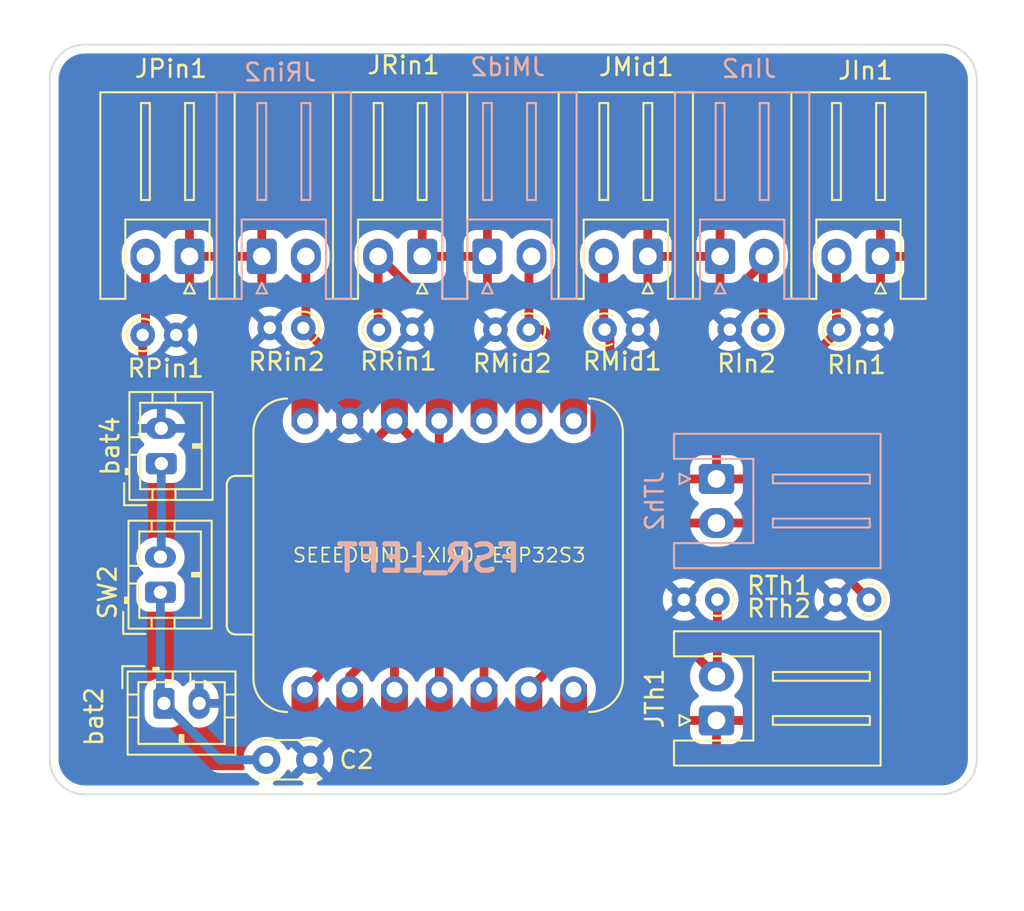
<source format=kicad_pcb>
(kicad_pcb (version 20241229) (generator "pcbnew") (generator_version "9.0")
  (layers (0 "F.Cu" signal) (2 "B.Cu" signal) (13 "F.Paste" user) (15 "B.Paste" user) (5 "F.SilkS" user "F.Silkscreen") (7 "B.SilkS" user "B.Silkscreen") (1 "F.Mask" user) (3 "B.Mask" user) (25 "Edge.Cuts" user))
  (net 0 "")
  (net 1 "+3.3V")
  (net 2 "GND")
  (net 5 "Net-(SW2A-A)")
  (net 6 "Net-(SW2A-B)")
  (net 7 "/In1")
  (net 8 "/In2")
  (net 9 "/Mid1")
  (net 10 "/Mid2")
  (net 11 "/Pin")
  (net 12 "/Rin1")
  (net 13 "/Rin2")
  (net 14 "/Th1")
  (net 15 "/Th2")
  (footprint "Connector_JST:JST_XH_S2B-XH-A_1x02_P2.50mm_Horizontal" (layer "F.Cu") (at 170.85 73.145 180)
    (property "Reference" "JMid1" (at 0.65 10.745 0) (layer "F.SilkS"))
    (property "Value" "Conn_01x02_Pin")
    (fp_line (start 5.06 9.31) (end 5.06 -2.41) (stroke (width 0.12)) (layer "F.SilkS"))
    (fp_line (start 5.06 -2.41) (end 3.64 -2.41) (stroke (width 0.12)) (layer "F.SilkS"))
    (fp_line (start 3.64 2.09) (end 1.25 2.09) (stroke (width 0.12)) (layer "F.SilkS"))
    (fp_line (start 3.64 -2.41) (end 3.64 2.09) (stroke (width 0.12)) (layer "F.SilkS"))
    (fp_line (start 2.75 8.7) (end 2.75 3.2) (stroke (width 0.12)) (layer "F.SilkS"))
    (fp_line (start 2.75 3.2) (end 2.25 3.2) (stroke (width 0.12)) (layer "F.SilkS"))
    (fp_line (start 2.25 8.7) (end 2.75 8.7) (stroke (width 0.12)) (layer "F.SilkS"))
    (fp_line (start 2.25 3.2) (end 2.25 8.7) (stroke (width 0.12)) (layer "F.SilkS"))
    (fp_line (start 1.25 9.31) (end 5.06 9.31) (stroke (width 0.12)) (layer "F.SilkS"))
    (fp_line (start 1.25 9.31) (end -2.56 9.31) (stroke (width 0.12)) (layer "F.SilkS"))
    (fp_line (start 0.3 -2.1) (end 0 -1.5) (stroke (width 0.12)) (layer "F.SilkS"))
    (fp_line (start 0.25 8.7) (end 0.25 3.2) (stroke (width 0.12)) (layer "F.SilkS"))
    (fp_line (start 0.25 3.2) (end -0.25 3.2) (stroke (width 0.12)) (layer "F.SilkS"))
    (fp_line (start 0 -1.5) (end -0.3 -2.1) (stroke (width 0.12)) (layer "F.SilkS"))
    (fp_line (start -0.25 8.7) (end 0.25 8.7) (stroke (width 0.12)) (layer "F.SilkS"))
    (fp_line (start -0.25 3.2) (end -0.25 8.7) (stroke (width 0.12)) (layer "F.SilkS"))
    (fp_line (start -0.3 -2.1) (end 0.3 -2.1) (stroke (width 0.12)) (layer "F.SilkS"))
    (fp_line (start -1.14 2.09) (end 1.25 2.09) (stroke (width 0.12)) (layer "F.SilkS"))
    (fp_line (start -1.14 -2.41) (end -1.14 2.09) (stroke (width 0.12)) (layer "F.SilkS"))
    (fp_line (start -2.56 9.31) (end -2.56 -2.41) (stroke (width 0.12)) (layer "F.SilkS"))
    (fp_line (start -2.56 -2.41) (end -1.14 -2.41) (stroke (width 0.12)) (layer "F.SilkS"))
    (pad "1" thru_hole roundrect (at 0 0 180) (size 1.7 2) (drill 1) (layers "*.Cu" "*.Mask") (roundrect_rratio 0.147059) (net 1 "+3.3V"))
    (pad "2" thru_hole oval (at 2.5 0 180) (size 1.7 2) (drill 1) (layers "*.Cu" "*.Mask") (net 9 "/Mid1"))
  )
  (footprint "Connector_JST:JST_XH_S2B-XH-A_1x02_P2.50mm_Horizontal" (layer "F.Cu") (at 158.05 73.145 180)
    (property "Reference" "JRin1" (at 1.05 10.845 0) (layer "F.SilkS"))
    (property "Value" "Conn_01x02_Pin")
    (fp_line (start 5.06 9.31) (end 5.06 -2.41) (stroke (width 0.12)) (layer "F.SilkS"))
    (fp_line (start 5.06 -2.41) (end 3.64 -2.41) (stroke (width 0.12)) (layer "F.SilkS"))
    (fp_line (start 3.64 2.09) (end 1.25 2.09) (stroke (width 0.12)) (layer "F.SilkS"))
    (fp_line (start 3.64 -2.41) (end 3.64 2.09) (stroke (width 0.12)) (layer "F.SilkS"))
    (fp_line (start 2.75 8.7) (end 2.75 3.2) (stroke (width 0.12)) (layer "F.SilkS"))
    (fp_line (start 2.75 3.2) (end 2.25 3.2) (stroke (width 0.12)) (layer "F.SilkS"))
    (fp_line (start 2.25 8.7) (end 2.75 8.7) (stroke (width 0.12)) (layer "F.SilkS"))
    (fp_line (start 2.25 3.2) (end 2.25 8.7) (stroke (width 0.12)) (layer "F.SilkS"))
    (fp_line (start 1.25 9.31) (end 5.06 9.31) (stroke (width 0.12)) (layer "F.SilkS"))
    (fp_line (start 1.25 9.31) (end -2.56 9.31) (stroke (width 0.12)) (layer "F.SilkS"))
    (fp_line (start 0.3 -2.1) (end 0 -1.5) (stroke (width 0.12)) (layer "F.SilkS"))
    (fp_line (start 0.25 8.7) (end 0.25 3.2) (stroke (width 0.12)) (layer "F.SilkS"))
    (fp_line (start 0.25 3.2) (end -0.25 3.2) (stroke (width 0.12)) (layer "F.SilkS"))
    (fp_line (start 0 -1.5) (end -0.3 -2.1) (stroke (width 0.12)) (layer "F.SilkS"))
    (fp_line (start -0.25 8.7) (end 0.25 8.7) (stroke (width 0.12)) (layer "F.SilkS"))
    (fp_line (start -0.25 3.2) (end -0.25 8.7) (stroke (width 0.12)) (layer "F.SilkS"))
    (fp_line (start -0.3 -2.1) (end 0.3 -2.1) (stroke (width 0.12)) (layer "F.SilkS"))
    (fp_line (start -1.14 2.09) (end 1.25 2.09) (stroke (width 0.12)) (layer "F.SilkS"))
    (fp_line (start -1.14 -2.41) (end -1.14 2.09) (stroke (width 0.12)) (layer "F.SilkS"))
    (fp_line (start -2.56 9.31) (end -2.56 -2.41) (stroke (width 0.12)) (layer "F.SilkS"))
    (fp_line (start -2.56 -2.41) (end -1.14 -2.41) (stroke (width 0.12)) (layer "F.SilkS"))
    (pad "1" thru_hole roundrect (at 0 0 180) (size 1.7 2) (drill 1) (layers "*.Cu" "*.Mask") (roundrect_rratio 0.147059) (net 1 "+3.3V"))
    (pad "2" thru_hole oval (at 2.5 0 180) (size 1.7 2) (drill 1) (layers "*.Cu" "*.Mask") (net 12 "/Rin1"))
  )
  (footprint "Resistor_THT:R_Axial_DIN0204_L3.6mm_D1.6mm_P1.90mm_Vertical" (layer "F.Cu") (at 164.105 77.3 180)
    (property "Reference" "RMid2" (at 0.95 -1.92 0) (layer "F.SilkS"))
    (property "Value" "100R")
    (fp_arc (start 0.417133 0.82) (mid -0.92 0) (end 0.417133 -0.82) (stroke (width 0.12)) (layer "F.SilkS"))
    (pad "1" thru_hole circle (at 0 0 180) (size 1.4 1.4) (drill 0.7) (layers "*.Cu" "*.Mask") (net 10 "/Mid2"))
    (pad "2" thru_hole circle (at 1.9 0 180) (size 1.4 1.4) (drill 0.7) (layers "*.Cu" "*.Mask") (net 2 "GND"))
  )
  (footprint "xiao ESP32S3_PCB:MOUDLE14P-DIP-2.54-21X17.8MM" (layer "F.Cu") (at 159.0185 90.1 90)
    (property "Reference" "U1" (hide yes))
    (property "Value" "SEEEDUINO-XIAO-ESP32S3" (at 0 0 0) (layer "F.SilkS") (effects (font (size 0.8 0.8) (thickness 0.1016))))
    (fp_line (start -3.991272 -12.051) (end 4.004 -12.051) (stroke (width 0.127)) (layer "F.SilkS"))
    (fp_line (start 4.504 -11.551) (end 4.504 -10.541) (stroke (width 0.127)) (layer "F.SilkS"))
    (fp_line (start 6.985 -10.541) (end -6.985 -10.541) (stroke (width 0.1)) (layer "F.SilkS"))
    (fp_line (start 6.985 -10.541) (end -6.985 -10.541) (stroke (width 0.127)) (layer "F.SilkS"))
    (fp_line (start -4.495 -10.541) (end -4.491272 -11.551272) (stroke (width 0.127)) (layer "F.SilkS"))
    (fp_line (start -6.985 10.414) (end 6.985 10.414) (stroke (width 0.127)) (layer "F.SilkS"))
    (fp_arc (start 4.004 -12.051) (mid 4.357553 -11.904553) (end 4.504 -11.551) (stroke (width 0.127)) (layer "F.SilkS"))
    (fp_arc (start -4.491272 -11.551272) (mid -4.344724 -11.904644) (end -3.991272 -12.051) (stroke (width 0.127)) (layer "F.SilkS"))
    (fp_arc (start 6.985 -10.541) (mid 8.332038 -9.983038) (end 8.89 -8.636) (stroke (width 0.127)) (layer "F.SilkS"))
    (fp_arc (start -8.89 -8.636) (mid -8.332038 -9.983038) (end -6.985 -10.541) (stroke (width 0.127)) (layer "F.SilkS"))
    (fp_arc (start 8.89 8.509) (mid 8.332038 9.856038) (end 6.985 10.414) (stroke (width 0.127)) (layer "F.SilkS"))
    (fp_arc (start -6.985 10.414) (mid -8.332038 9.856038) (end -8.89 8.509) (stroke (width 0.127)) (layer "F.SilkS"))
    (pad "1" smd roundrect (at -8.455 -7.62 270) (size 2.432 1.524) (layers "F.Cu" "F.Mask") (roundrect_rratio 0.1) (net 10 "/Mid2"))
    (pad "1" thru_hole circle (at -7.62 -7.62 270) (size 1.524 1.524) (drill 0.889) (layers "*.Cu" "*.Mask") (net 10 "/Mid2"))
    (pad "2" smd roundrect (at -8.455 -5.08 270) (size 2.432 1.524) (layers "F.Cu" "F.Mask") (roundrect_rratio 0.1) (net 9 "/Mid1"))
    (pad "2" thru_hole circle (at -7.62 -5.08 270) (size 1.524 1.524) (drill 0.889) (layers "*.Cu" "*.Mask") (net 9 "/Mid1"))
    (pad "3" smd roundrect (at -8.455 -2.54 270) (size 2.432 1.524) (layers "F.Cu" "F.Mask") (roundrect_rratio 0.1) (net 8 "/In2"))
    (pad "3" thru_hole circle (at -7.62 -2.54 270) (size 1.524 1.524) (drill 0.889) (layers "*.Cu" "*.Mask") (net 8 "/In2"))
    (pad "4" smd roundrect (at -8.455 0 270) (size 2.432 1.524) (layers "F.Cu" "F.Mask") (roundrect_rratio 0.1) (net 7 "/In1"))
    (pad "4" thru_hole circle (at -7.62 0 270) (size 1.524 1.524) (drill 0.889) (layers "*.Cu" "*.Mask") (net 7 "/In1"))
    (pad "5" smd roundrect (at -8.455 2.54 270) (size 2.432 1.524) (layers "F.Cu" "F.Mask") (roundrect_rratio 0.1) (net 15 "/Th2"))
    (pad "5" thru_hole circle (at -7.62 2.54 270) (size 1.524 1.524) (drill 0.889) (layers "*.Cu" "*.Mask") (net 15 "/Th2"))
    (pad "6" smd roundrect (at -8.455 5.08 270) (size 2.432 1.524) (layers "F.Cu" "F.Mask") (roundrect_rratio 0.1) (net 14 "/Th1"))
    (pad "6" thru_hole circle (at -7.62 5.08 270) (size 1.524 1.524) (drill 0.889) (layers "*.Cu" "*.Mask") (net 14 "/Th1"))
    (pad "7" smd roundrect (at -8.455 7.62 270) (size 2.432 1.524) (layers "F.Cu" "F.Mask") (roundrect_rratio 0.1))
    (pad "7" thru_hole circle (at -7.62 7.62 270) (size 1.524 1.524) (drill 0.889) (layers "*.Cu" "*.Mask"))
    (pad "8" thru_hole circle (at 7.62 7.62 90) (size 1.524 1.524) (drill 0.889) (layers "*.Cu" "*.Mask"))
    (pad "8" smd roundrect (at 8.455 7.62 90) (size 2.432 1.524) (layers "F.Cu" "F.Mask") (roundrect_rratio 0.1))
    (pad "9" thru_hole circle (at 7.62 5.08 90) (size 1.524 1.524) (drill 0.889) (layers "*.Cu" "*.Mask") (net 12 "/Rin1"))
    (pad "9" smd roundrect (at 8.455 5.08 90) (size 2.432 1.524) (layers "F.Cu" "F.Mask") (roundrect_rratio 0.1) (net 12 "/Rin1"))
    (pad "10" thru_hole circle (at 7.62 2.54 90) (size 1.524 1.524) (drill 0.889) (layers "*.Cu" "*.Mask") (net 13 "/Rin2"))
    (pad "10" smd roundrect (at 8.455 2.54 90) (size 2.432 1.524) (layers "F.Cu" "F.Mask") (roundrect_rratio 0.1) (net 13 "/Rin2"))
    (pad "11" thru_hole circle (at 7.62 0 90) (size 1.524 1.524) (drill 0.889) (layers "*.Cu" "*.Mask") (net 11 "/Pin"))
    (pad "11" smd roundrect (at 8.455 0 90) (size 2.432 1.524) (layers "F.Cu" "F.Mask") (roundrect_rratio 0.1) (net 11 "/Pin"))
    (pad "12" thru_hole circle (at 7.62 -2.54 90) (size 1.524 1.524) (drill 0.889) (layers "*.Cu" "*.Mask") (net 1 "+3.3V"))
    (pad "12" smd roundrect (at 8.455 -2.54 90) (size 2.432 1.524) (layers "F.Cu" "F.Mask") (roundrect_rratio 0.1) (net 1 "+3.3V"))
    (pad "13" thru_hole circle (at 7.62 -5.08 90) (size 1.524 1.524) (drill 0.889) (layers "*.Cu" "*.Mask") (net 2 "GND"))
    (pad "13" smd roundrect (at 8.455 -5.08 90) (size 2.432 1.524) (layers "F.Cu" "F.Mask") (roundrect_rratio 0.1) (net 2 "GND"))
    (pad "14" thru_hole circle (at 7.62 -7.62 90) (size 1.524 1.524) (drill 0.889) (layers "*.Cu" "*.Mask"))
    (pad "14" smd roundrect (at 8.455 -7.62 90) (size 2.432 1.524) (layers "F.Cu" "F.Mask") (roundrect_rratio 0.1))
  )
  (footprint "Resistor_THT:R_Axial_DIN0204_L3.6mm_D1.6mm_P1.90mm_Vertical" (layer "F.Cu") (at 151.305 77.2 180)
    (property "Reference" "RRin2" (at 0.95 -1.92 0) (layer "F.SilkS"))
    (property "Value" "100R")
    (fp_arc (start 0.417133 0.82) (mid -0.92 0) (end 0.417133 -0.82) (stroke (width 0.12)) (layer "F.SilkS"))
    (pad "1" thru_hole circle (at 0 0 180) (size 1.4 1.4) (drill 0.7) (layers "*.Cu" "*.Mask") (net 13 "/Rin2"))
    (pad "2" thru_hole circle (at 1.9 0 180) (size 1.4 1.4) (drill 0.7) (layers "*.Cu" "*.Mask") (net 2 "GND"))
  )
  (footprint "Connector_JST:JST_PH_B2B-PH-K_1x02_P2.00mm_Vertical" (layer "F.Cu") (at 143.2 92.2 90)
    (property "Reference" "SW2" (at 0 -3 90) (layer "F.SilkS"))
    (property "Value" "SW_DPST_x2")
    (fp_line (start -1.11 -2.11) (end -2.36 -2.11) (stroke (width 0.12)) (layer "F.SilkS"))
    (fp_line (start -2.36 -2.11) (end -2.36 -0.86) (stroke (width 0.12)) (layer "F.SilkS"))
    (fp_line (start -0.3 -2.01) (end -0.6 -2.01) (stroke (width 0.12)) (layer "F.SilkS"))
    (fp_line (start -0.6 -2.01) (end -0.6 -1.81) (stroke (width 0.12)) (layer "F.SilkS"))
    (fp_line (start -0.3 -1.91) (end -0.6 -1.91) (stroke (width 0.12)) (layer "F.SilkS"))
    (fp_line (start 4.06 -1.81) (end -2.06 -1.81) (stroke (width 0.12)) (layer "F.SilkS"))
    (fp_line (start 0.5 -1.81) (end 0.5 -1.2) (stroke (width 0.12)) (layer "F.SilkS"))
    (fp_line (start -0.3 -1.81) (end -0.3 -2.01) (stroke (width 0.12)) (layer "F.SilkS"))
    (fp_line (start -2.06 -1.81) (end -2.06 2.91) (stroke (width 0.12)) (layer "F.SilkS"))
    (fp_line (start 3.45 -1.2) (end 1.5 -1.2) (stroke (width 0.12)) (layer "F.SilkS"))
    (fp_line (start 1.5 -1.2) (end 1.5 -1.81) (stroke (width 0.12)) (layer "F.SilkS"))
    (fp_line (start 0.5 -1.2) (end -1.45 -1.2) (stroke (width 0.12)) (layer "F.SilkS"))
    (fp_line (start -1.45 -1.2) (end -1.45 2.3) (stroke (width 0.12)) (layer "F.SilkS"))
    (fp_line (start 4.06 -0.5) (end 3.45 -0.5) (stroke (width 0.12)) (layer "F.SilkS"))
    (fp_line (start -2.06 -0.5) (end -1.45 -0.5) (stroke (width 0.12)) (layer "F.SilkS"))
    (fp_line (start 4.06 0.8) (end 3.45 0.8) (stroke (width 0.12)) (layer "F.SilkS"))
    (fp_line (start -2.06 0.8) (end -1.45 0.8) (stroke (width 0.12)) (layer "F.SilkS"))
    (fp_line (start 1.1 1.8) (end 1.1 2.3) (stroke (width 0.12)) (layer "F.SilkS"))
    (fp_line (start 0.9 1.8) (end 1.1 1.8) (stroke (width 0.12)) (layer "F.SilkS"))
    (fp_line (start 3.45 2.3) (end 3.45 -1.2) (stroke (width 0.12)) (layer "F.SilkS"))
    (fp_line (start 1 2.3) (end 1 1.8) (stroke (width 0.12)) (layer "F.SilkS"))
    (fp_line (start 0.9 2.3) (end 0.9 1.8) (stroke (width 0.12)) (layer "F.SilkS"))
    (fp_line (start -1.45 2.3) (end 3.45 2.3) (stroke (width 0.12)) (layer "F.SilkS"))
    (fp_line (start 4.06 2.91) (end 4.06 -1.81) (stroke (width 0.12)) (layer "F.SilkS"))
    (fp_line (start -2.06 2.91) (end 4.06 2.91) (stroke (width 0.12)) (layer "F.SilkS"))
    (pad "1" thru_hole roundrect (at 0 0 90) (size 1.2 1.75) (drill 0.75) (layers "*.Cu" "*.Mask") (roundrect_rratio 0.208333) (net 5 "Net-(SW2A-A)"))
    (pad "2" thru_hole oval (at 2 0 90) (size 1.2 1.75) (drill 0.75) (layers "*.Cu" "*.Mask") (net 6 "Net-(SW2A-B)"))
  )
  (footprint "Resistor_THT:R_Axial_DIN0204_L3.6mm_D1.6mm_P1.90mm_Vertical" (layer "F.Cu") (at 168.395 77.3)
    (property "Reference" "RMid1" (at 1.005 1.8 0) (layer "F.SilkS"))
    (property "Value" "100R")
    (fp_arc (start 0.417133 0.82) (mid -0.92 0) (end 0.417133 -0.82) (stroke (width 0.12)) (layer "F.SilkS"))
    (pad "1" thru_hole circle (at 0 0) (size 1.4 1.4) (drill 0.7) (layers "*.Cu" "*.Mask") (net 9 "/Mid1"))
    (pad "2" thru_hole circle (at 1.9 0) (size 1.4 1.4) (drill 0.7) (layers "*.Cu" "*.Mask") (net 2 "GND"))
  )
  (footprint "Connector_JST:JST_PH_B2B-PH-K_1x02_P2.00mm_Vertical" (layer "F.Cu") (at 143.4 98.5)
    (property "Reference" "bat2" (at -3.97 0.75 90) (layer "F.SilkS"))
    (property "Value" "~")
    (fp_line (start -2.36 -2.11) (end -2.36 -0.86) (stroke (width 0.12)) (layer "F.SilkS"))
    (fp_line (start -2.06 -1.81) (end -2.06 2.91) (stroke (width 0.12)) (layer "F.SilkS"))
    (fp_line (start -2.06 -0.5) (end -1.45 -0.5) (stroke (width 0.12)) (layer "F.SilkS"))
    (fp_line (start -2.06 0.8) (end -1.45 0.8) (stroke (width 0.12)) (layer "F.SilkS"))
    (fp_line (start -2.06 2.91) (end 4.06 2.91) (stroke (width 0.12)) (layer "F.SilkS"))
    (fp_line (start -1.45 -1.2) (end -1.45 2.3) (stroke (width 0.12)) (layer "F.SilkS"))
    (fp_line (start -1.45 2.3) (end 3.45 2.3) (stroke (width 0.12)) (layer "F.SilkS"))
    (fp_line (start -1.11 -2.11) (end -2.36 -2.11) (stroke (width 0.12)) (layer "F.SilkS"))
    (fp_line (start -0.6 -2.01) (end -0.6 -1.81) (stroke (width 0.12)) (layer "F.SilkS"))
    (fp_line (start -0.3 -2.01) (end -0.6 -2.01) (stroke (width 0.12)) (layer "F.SilkS"))
    (fp_line (start -0.3 -1.91) (end -0.6 -1.91) (stroke (width 0.12)) (layer "F.SilkS"))
    (fp_line (start -0.3 -1.81) (end -0.3 -2.01) (stroke (width 0.12)) (layer "F.SilkS"))
    (fp_line (start 0.5 -1.81) (end 0.5 -1.2) (stroke (width 0.12)) (layer "F.SilkS"))
    (fp_line (start 0.5 -1.2) (end -1.45 -1.2) (stroke (width 0.12)) (layer "F.SilkS"))
    (fp_line (start 0.9 1.8) (end 1.1 1.8) (stroke (width 0.12)) (layer "F.SilkS"))
    (fp_line (start 0.9 2.3) (end 0.9 1.8) (stroke (width 0.12)) (layer "F.SilkS"))
    (fp_line (start 1 2.3) (end 1 1.8) (stroke (width 0.12)) (layer "F.SilkS"))
    (fp_line (start 1.1 1.8) (end 1.1 2.3) (stroke (width 0.12)) (layer "F.SilkS"))
    (fp_line (start 1.5 -1.2) (end 1.5 -1.81) (stroke (width 0.12)) (layer "F.SilkS"))
    (fp_line (start 3.45 -1.2) (end 1.5 -1.2) (stroke (width 0.12)) (layer "F.SilkS"))
    (fp_line (start 3.45 2.3) (end 3.45 -1.2) (stroke (width 0.12)) (layer "F.SilkS"))
    (fp_line (start 4.06 -1.81) (end -2.06 -1.81) (stroke (width 0.12)) (layer "F.SilkS"))
    (fp_line (start 4.06 -0.5) (end 3.45 -0.5) (stroke (width 0.12)) (layer "F.SilkS"))
    (fp_line (start 4.06 0.8) (end 3.45 0.8) (stroke (width 0.12)) (layer "F.SilkS"))
    (fp_line (start 4.06 2.91) (end 4.06 -1.81) (stroke (width 0.12)) (layer "F.SilkS"))
    (pad "1" thru_hole roundrect (at 0 0) (size 1.2 1.75) (drill 0.75) (layers "*.Cu" "*.Mask") (roundrect_rratio 0.208333) (net 5 "Net-(SW2A-A)"))
    (pad "2" thru_hole oval (at 2 0) (size 1.2 1.75) (drill 0.75) (layers "*.Cu" "*.Mask") (net 2 "GND"))
  )
  (footprint "Connector_JST:JST_XH_S2B-XH-A_1x02_P2.50mm_Horizontal" (layer "F.Cu") (at 174.745 99.47 90)
    (property "Reference" "JTh1" (at 1.25 -3.51 90) (layer "F.SilkS"))
    (property "Value" "Conn_01x02_Pin")
    (fp_line (start 5.06 -2.41) (end 3.64 -2.41) (stroke (width 0.12)) (layer "F.SilkS"))
    (fp_line (start 3.64 -2.41) (end 3.64 2.09) (stroke (width 0.12)) (layer "F.SilkS"))
    (fp_line (start -1.14 -2.41) (end -1.14 2.09) (stroke (width 0.12)) (layer "F.SilkS"))
    (fp_line (start -2.56 -2.41) (end -1.14 -2.41) (stroke (width 0.12)) (layer "F.SilkS"))
    (fp_line (start 0.3 -2.1) (end 0 -1.5) (stroke (width 0.12)) (layer "F.SilkS"))
    (fp_line (start -0.3 -2.1) (end 0.3 -2.1) (stroke (width 0.12)) (layer "F.SilkS"))
    (fp_line (start 0 -1.5) (end -0.3 -2.1) (stroke (width 0.12)) (layer "F.SilkS"))
    (fp_line (start 3.64 2.09) (end 1.25 2.09) (stroke (width 0.12)) (layer "F.SilkS"))
    (fp_line (start -1.14 2.09) (end 1.25 2.09) (stroke (width 0.12)) (layer "F.SilkS"))
    (fp_line (start 2.75 3.2) (end 2.25 3.2) (stroke (width 0.12)) (layer "F.SilkS"))
    (fp_line (start 2.25 3.2) (end 2.25 8.7) (stroke (width 0.12)) (layer "F.SilkS"))
    (fp_line (start 0.25 3.2) (end -0.25 3.2) (stroke (width 0.12)) (layer "F.SilkS"))
    (fp_line (start -0.25 3.2) (end -0.25 8.7) (stroke (width 0.12)) (layer "F.SilkS"))
    (fp_line (start 2.75 8.7) (end 2.75 3.2) (stroke (width 0.12)) (layer "F.SilkS"))
    (fp_line (start 2.25 8.7) (end 2.75 8.7) (stroke (width 0.12)) (layer "F.SilkS"))
    (fp_line (start 0.25 8.7) (end 0.25 3.2) (stroke (width 0.12)) (layer "F.SilkS"))
    (fp_line (start -0.25 8.7) (end 0.25 8.7) (stroke (width 0.12)) (layer "F.SilkS"))
    (fp_line (start 5.06 9.31) (end 5.06 -2.41) (stroke (width 0.12)) (layer "F.SilkS"))
    (fp_line (start 1.25 9.31) (end 5.06 9.31) (stroke (width 0.12)) (layer "F.SilkS"))
    (fp_line (start 1.25 9.31) (end -2.56 9.31) (stroke (width 0.12)) (layer "F.SilkS"))
    (fp_line (start -2.56 9.31) (end -2.56 -2.41) (stroke (width 0.12)) (layer "F.SilkS"))
    (pad "1" thru_hole roundrect (at 0 0 90) (size 1.7 2) (drill 1) (layers "*.Cu" "*.Mask") (roundrect_rratio 0.147059) (net 1 "+3.3V"))
    (pad "2" thru_hole oval (at 2.5 0 90) (size 1.7 2) (drill 1) (layers "*.Cu" "*.Mask") (net 14 "/Th1"))
  )
  (footprint "Capacitor_THT:C_Disc_D3.0mm_W2.0mm_P2.50mm" (layer "F.Cu") (at 149.2 101.7)
    (property "Reference" "C2" (at 5.13 0 0) (layer "F.SilkS"))
    (property "Value" "100nC")
    (fp_line (start -0.37 -1.12) (end -0.37 -0.972) (stroke (width 0.12)) (layer "F.SilkS"))
    (fp_line (start -0.37 -1.12) (end 2.87 -1.12) (stroke (width 0.12)) (layer "F.SilkS"))
    (fp_line (start -0.37 0.972) (end -0.37 1.12) (stroke (width 0.12)) (layer "F.SilkS"))
    (fp_line (start -0.37 1.12) (end 2.87 1.12) (stroke (width 0.12)) (layer "F.SilkS"))
    (fp_line (start 2.87 -1.12) (end 2.87 -0.972) (stroke (width 0.12)) (layer "F.SilkS"))
    (fp_line (start 2.87 0.972) (end 2.87 1.12) (stroke (width 0.12)) (layer "F.SilkS"))
    (pad "1" thru_hole circle (at 0 0) (size 1.6 1.6) (drill 0.8) (layers "*.Cu" "*.Mask") (net 5 "Net-(SW2A-A)"))
    (pad "2" thru_hole circle (at 2.5 0) (size 1.6 1.6) (drill 0.8) (layers "*.Cu" "*.Mask") (net 2 "GND"))
  )
  (footprint "Connector_JST:JST_PH_B2B-PH-K_1x02_P2.00mm_Vertical" (layer "F.Cu") (at 143.25 84.9 90)
    (property "Reference" "bat4" (at 1 -2.9 90) (layer "F.SilkS"))
    (property "Value" "~")
    (fp_line (start -1.11 -2.11) (end -2.36 -2.11) (stroke (width 0.12)) (layer "F.SilkS"))
    (fp_line (start -2.36 -2.11) (end -2.36 -0.86) (stroke (width 0.12)) (layer "F.SilkS"))
    (fp_line (start -0.3 -2.01) (end -0.6 -2.01) (stroke (width 0.12)) (layer "F.SilkS"))
    (fp_line (start -0.6 -2.01) (end -0.6 -1.81) (stroke (width 0.12)) (layer "F.SilkS"))
    (fp_line (start -0.3 -1.91) (end -0.6 -1.91) (stroke (width 0.12)) (layer "F.SilkS"))
    (fp_line (start 4.06 -1.81) (end -2.06 -1.81) (stroke (width 0.12)) (layer "F.SilkS"))
    (fp_line (start 0.5 -1.81) (end 0.5 -1.2) (stroke (width 0.12)) (layer "F.SilkS"))
    (fp_line (start -0.3 -1.81) (end -0.3 -2.01) (stroke (width 0.12)) (layer "F.SilkS"))
    (fp_line (start -2.06 -1.81) (end -2.06 2.91) (stroke (width 0.12)) (layer "F.SilkS"))
    (fp_line (start 3.45 -1.2) (end 1.5 -1.2) (stroke (width 0.12)) (layer "F.SilkS"))
    (fp_line (start 1.5 -1.2) (end 1.5 -1.81) (stroke (width 0.12)) (layer "F.SilkS"))
    (fp_line (start 0.5 -1.2) (end -1.45 -1.2) (stroke (width 0.12)) (layer "F.SilkS"))
    (fp_line (start -1.45 -1.2) (end -1.45 2.3) (stroke (width 0.12)) (layer "F.SilkS"))
    (fp_line (start 4.06 -0.5) (end 3.45 -0.5) (stroke (width 0.12)) (layer "F.SilkS"))
    (fp_line (start -2.06 -0.5) (end -1.45 -0.5) (stroke (width 0.12)) (layer "F.SilkS"))
    (fp_line (start 4.06 0.8) (end 3.45 0.8) (stroke (width 0.12)) (layer "F.SilkS"))
    (fp_line (start -2.06 0.8) (end -1.45 0.8) (stroke (width 0.12)) (layer "F.SilkS"))
    (fp_line (start 1.1 1.8) (end 1.1 2.3) (stroke (width 0.12)) (layer "F.SilkS"))
    (fp_line (start 0.9 1.8) (end 1.1 1.8) (stroke (width 0.12)) (layer "F.SilkS"))
    (fp_line (start 3.45 2.3) (end 3.45 -1.2) (stroke (width 0.12)) (layer "F.SilkS"))
    (fp_line (start 1 2.3) (end 1 1.8) (stroke (width 0.12)) (layer "F.SilkS"))
    (fp_line (start 0.9 2.3) (end 0.9 1.8) (stroke (width 0.12)) (layer "F.SilkS"))
    (fp_line (start -1.45 2.3) (end 3.45 2.3) (stroke (width 0.12)) (layer "F.SilkS"))
    (fp_line (start 4.06 2.91) (end 4.06 -1.81) (stroke (width 0.12)) (layer "F.SilkS"))
    (fp_line (start -2.06 2.91) (end 4.06 2.91) (stroke (width 0.12)) (layer "F.SilkS"))
    (pad "1" thru_hole roundrect (at 0 0 90) (size 1.2 1.75) (drill 0.75) (layers "*.Cu" "*.Mask") (roundrect_rratio 0.208333) (net 6 "Net-(SW2A-B)"))
    (pad "2" thru_hole oval (at 2 0 90) (size 1.2 1.75) (drill 0.75) (layers "*.Cu" "*.Mask") (net 2 "GND"))
  )
  (footprint "Resistor_THT:R_Axial_DIN0204_L3.6mm_D1.6mm_P1.90mm_Vertical" (layer "F.Cu") (at 155.595 77.3)
    (property "Reference" "RRin1" (at 1.105 1.8 0) (layer "F.SilkS"))
    (property "Value" "100R")
    (fp_arc (start 0.417133 0.82) (mid -0.92 0) (end 0.417133 -0.82) (stroke (width 0.12)) (layer "F.SilkS"))
    (pad "1" thru_hole circle (at 0 0) (size 1.4 1.4) (drill 0.7) (layers "*.Cu" "*.Mask") (net 12 "/Rin1"))
    (pad "2" thru_hole circle (at 1.9 0) (size 1.4 1.4) (drill 0.7) (layers "*.Cu" "*.Mask") (net 2 "GND"))
  )
  (footprint "Resistor_THT:R_Axial_DIN0204_L3.6mm_D1.6mm_P1.90mm_Vertical" (layer "F.Cu") (at 142.195 77.6)
    (property "Reference" "RPin1" (at 1.305 1.9 0) (layer "F.SilkS"))
    (property "Value" "100R")
    (fp_arc (start 0.417133 0.82) (mid -0.92 0) (end 0.417133 -0.82) (stroke (width 0.12)) (layer "F.SilkS"))
    (pad "1" thru_hole circle (at 0 0) (size 1.4 1.4) (drill 0.7) (layers "*.Cu" "*.Mask") (net 11 "/Pin"))
    (pad "2" thru_hole circle (at 1.9 0) (size 1.4 1.4) (drill 0.7) (layers "*.Cu" "*.Mask") (net 2 "GND"))
  )
  (footprint "Connector_JST:JST_XH_S2B-XH-A_1x02_P2.50mm_Horizontal" (layer "F.Cu") (at 184.05 73.145 180)
    (property "Reference" "JIn1" (at 0.85 10.545 0) (layer "F.SilkS"))
    (property "Value" "Conn_01x02_Pin")
    (fp_line (start 5.06 9.31) (end 5.06 -2.41) (stroke (width 0.12)) (layer "F.SilkS"))
    (fp_line (start 5.06 -2.41) (end 3.64 -2.41) (stroke (width 0.12)) (layer "F.SilkS"))
    (fp_line (start 3.64 2.09) (end 1.25 2.09) (stroke (width 0.12)) (layer "F.SilkS"))
    (fp_line (start 3.64 -2.41) (end 3.64 2.09) (stroke (width 0.12)) (layer "F.SilkS"))
    (fp_line (start 2.75 8.7) (end 2.75 3.2) (stroke (width 0.12)) (layer "F.SilkS"))
    (fp_line (start 2.75 3.2) (end 2.25 3.2) (stroke (width 0.12)) (layer "F.SilkS"))
    (fp_line (start 2.25 8.7) (end 2.75 8.7) (stroke (width 0.12)) (layer "F.SilkS"))
    (fp_line (start 2.25 3.2) (end 2.25 8.7) (stroke (width 0.12)) (layer "F.SilkS"))
    (fp_line (start 1.25 9.31) (end 5.06 9.31) (stroke (width 0.12)) (layer "F.SilkS"))
    (fp_line (start 1.25 9.31) (end -2.56 9.31) (stroke (width 0.12)) (layer "F.SilkS"))
    (fp_line (start 0.3 -2.1) (end 0 -1.5) (stroke (width 0.12)) (layer "F.SilkS"))
    (fp_line (start 0.25 8.7) (end 0.25 3.2) (stroke (width 0.12)) (layer "F.SilkS"))
    (fp_line (start 0.25 3.2) (end -0.25 3.2) (stroke (width 0.12)) (layer "F.SilkS"))
    (fp_line (start 0 -1.5) (end -0.3 -2.1) (stroke (width 0.12)) (layer "F.SilkS"))
    (fp_line (start -0.25 8.7) (end 0.25 8.7) (stroke (width 0.12)) (layer "F.SilkS"))
    (fp_line (start -0.25 3.2) (end -0.25 8.7) (stroke (width 0.12)) (layer "F.SilkS"))
    (fp_line (start -0.3 -2.1) (end 0.3 -2.1) (stroke (width 0.12)) (layer "F.SilkS"))
    (fp_line (start -1.14 2.09) (end 1.25 2.09) (stroke (width 0.12)) (layer "F.SilkS"))
    (fp_line (start -1.14 -2.41) (end -1.14 2.09) (stroke (width 0.12)) (layer "F.SilkS"))
    (fp_line (start -2.56 9.31) (end -2.56 -2.41) (stroke (width 0.12)) (layer "F.SilkS"))
    (fp_line (start -2.56 -2.41) (end -1.14 -2.41) (stroke (width 0.12)) (layer "F.SilkS"))
    (pad "1" thru_hole roundrect (at 0 0 180) (size 1.7 2) (drill 1) (layers "*.Cu" "*.Mask") (roundrect_rratio 0.147059) (net 1 "+3.3V"))
    (pad "2" thru_hole oval (at 2.5 0 180) (size 1.7 2) (drill 1) (layers "*.Cu" "*.Mask") (net 7 "/In1"))
  )
  (footprint "Resistor_THT:R_Axial_DIN0204_L3.6mm_D1.6mm_P1.90mm_Vertical" (layer "F.Cu") (at 174.795 92.62 180)
    (property "Reference" "RTh1" (at -3.495 0.8 0) (layer "F.SilkS"))
    (property "Value" "100R")
    (fp_arc (start 0.417133 0.82) (mid -0.92 0) (end 0.417133 -0.82) (stroke (width 0.12)) (layer "F.SilkS"))
    (pad "1" thru_hole circle (at 0 0 180) (size 1.4 1.4) (drill 0.7) (layers "*.Cu" "*.Mask") (net 14 "/Th1"))
    (pad "2" thru_hole circle (at 1.9 0 180) (size 1.4 1.4) (drill 0.7) (layers "*.Cu" "*.Mask") (net 2 "GND"))
  )
  (footprint "Resistor_THT:R_Axial_DIN0204_L3.6mm_D1.6mm_P1.90mm_Vertical" (layer "F.Cu") (at 183.395 92.62 180)
    (property "Reference" "RTh2" (at 5.105 -0.5 0) (layer "F.SilkS"))
    (property "Value" "100R")
    (fp_arc (start 0.417133 0.82) (mid -0.92 0) (end 0.417133 -0.82) (stroke (width 0.12)) (layer "F.SilkS"))
    (pad "1" thru_hole circle (at 0 0 180) (size 1.4 1.4) (drill 0.7) (layers "*.Cu" "*.Mask") (net 15 "/Th2"))
    (pad "2" thru_hole circle (at 1.9 0 180) (size 1.4 1.4) (drill 0.7) (layers "*.Cu" "*.Mask") (net 2 "GND"))
  )
  (footprint "Resistor_THT:R_Axial_DIN0204_L3.6mm_D1.6mm_P1.90mm_Vertical" (layer "F.Cu") (at 177.4 77.3 180)
    (property "Reference" "RIn2" (at 0.95 -1.92 0) (layer "F.SilkS"))
    (property "Value" "100R")
    (fp_arc (start 0.417133 0.82) (mid -0.92 0) (end 0.417133 -0.82) (stroke (width 0.12)) (layer "F.SilkS"))
    (pad "1" thru_hole circle (at 0 0 180) (size 1.4 1.4) (drill 0.7) (layers "*.Cu" "*.Mask") (net 8 "/In2"))
    (pad "2" thru_hole circle (at 1.9 0 180) (size 1.4 1.4) (drill 0.7) (layers "*.Cu" "*.Mask") (net 2 "GND"))
  )
  (footprint "Resistor_THT:R_Axial_DIN0204_L3.6mm_D1.6mm_P1.90mm_Vertical" (layer "F.Cu") (at 181.695 77.3)
    (property "Reference" "RIn1" (at 1 2 0) (layer "F.SilkS"))
    (property "Value" "100R")
    (fp_arc (start 0.417133 0.82) (mid -0.92 0) (end 0.417133 -0.82) (stroke (width 0.12)) (layer "F.SilkS"))
    (pad "1" thru_hole circle (at 0 0) (size 1.4 1.4) (drill 0.7) (layers "*.Cu" "*.Mask") (net 7 "/In1"))
    (pad "2" thru_hole circle (at 1.9 0) (size 1.4 1.4) (drill 0.7) (layers "*.Cu" "*.Mask") (net 2 "GND"))
  )
  (footprint "Connector_JST:JST_XH_S2B-XH-A_1x02_P2.50mm_Horizontal" (layer "F.Cu") (at 144.85 73.145 180)
    (property "Reference" "JPin1" (at 1.05 10.645 0) (layer "F.SilkS"))
    (property "Value" "Conn_01x02_Pin")
    (fp_line (start 5.06 9.31) (end 5.06 -2.41) (stroke (width 0.12)) (layer "F.SilkS"))
    (fp_line (start 5.06 -2.41) (end 3.64 -2.41) (stroke (width 0.12)) (layer "F.SilkS"))
    (fp_line (start 3.64 2.09) (end 1.25 2.09) (stroke (width 0.12)) (layer "F.SilkS"))
    (fp_line (start 3.64 -2.41) (end 3.64 2.09) (stroke (width 0.12)) (layer "F.SilkS"))
    (fp_line (start 2.75 8.7) (end 2.75 3.2) (stroke (width 0.12)) (layer "F.SilkS"))
    (fp_line (start 2.75 3.2) (end 2.25 3.2) (stroke (width 0.12)) (layer "F.SilkS"))
    (fp_line (start 2.25 8.7) (end 2.75 8.7) (stroke (width 0.12)) (layer "F.SilkS"))
    (fp_line (start 2.25 3.2) (end 2.25 8.7) (stroke (width 0.12)) (layer "F.SilkS"))
    (fp_line (start 1.25 9.31) (end 5.06 9.31) (stroke (width 0.12)) (layer "F.SilkS"))
    (fp_line (start 1.25 9.31) (end -2.56 9.31) (stroke (width 0.12)) (layer "F.SilkS"))
    (fp_line (start 0.3 -2.1) (end 0 -1.5) (stroke (width 0.12)) (layer "F.SilkS"))
    (fp_line (start 0.25 8.7) (end 0.25 3.2) (stroke (width 0.12)) (layer "F.SilkS"))
    (fp_line (start 0.25 3.2) (end -0.25 3.2) (stroke (width 0.12)) (layer "F.SilkS"))
    (fp_line (start 0 -1.5) (end -0.3 -2.1) (stroke (width 0.12)) (layer "F.SilkS"))
    (fp_line (start -0.25 8.7) (end 0.25 8.7) (stroke (width 0.12)) (layer "F.SilkS"))
    (fp_line (start -0.25 3.2) (end -0.25 8.7) (stroke (width 0.12)) (layer "F.SilkS"))
    (fp_line (start -0.3 -2.1) (end 0.3 -2.1) (stroke (width 0.12)) (layer "F.SilkS"))
    (fp_line (start -1.14 2.09) (end 1.25 2.09) (stroke (width 0.12)) (layer "F.SilkS"))
    (fp_line (start -1.14 -2.41) (end -1.14 2.09) (stroke (width 0.12)) (layer "F.SilkS"))
    (fp_line (start -2.56 9.31) (end -2.56 -2.41) (stroke (width 0.12)) (layer "F.SilkS"))
    (fp_line (start -2.56 -2.41) (end -1.14 -2.41) (stroke (width 0.12)) (layer "F.SilkS"))
    (pad "1" thru_hole roundrect (at 0 0 180) (size 1.7 2) (drill 1) (layers "*.Cu" "*.Mask") (roundrect_rratio 0.147059) (net 1 "+3.3V"))
    (pad "2" thru_hole oval (at 2.5 0 180) (size 1.7 2) (drill 1) (layers "*.Cu" "*.Mask") (net 11 "/Pin"))
  )
  (footprint "Connector_JST:JST_XH_S2B-XH-A_1x02_P2.50mm_Horizontal" (layer "B.Cu") (at 174.95 73.145)
    (property "Reference" "JIn2" (at 1.65 -10.645 0) (layer "B.SilkS") (effects (justify mirror)))
    (property "Value" "Conn_01x02_Pin")
    (fp_line (start -2.56 -9.31) (end -2.56 2.41) (stroke (width 0.12)) (layer "B.SilkS"))
    (fp_line (start -2.56 2.41) (end -1.14 2.41) (stroke (width 0.12)) (layer "B.SilkS"))
    (fp_line (start -1.14 -2.09) (end 1.25 -2.09) (stroke (width 0.12)) (layer "B.SilkS"))
    (fp_line (start -1.14 2.41) (end -1.14 -2.09) (stroke (width 0.12)) (layer "B.SilkS"))
    (fp_line (start -0.3 2.1) (end 0.3 2.1) (stroke (width 0.12)) (layer "B.SilkS"))
    (fp_line (start -0.25 -8.7) (end 0.25 -8.7) (stroke (width 0.12)) (layer "B.SilkS"))
    (fp_line (start -0.25 -3.2) (end -0.25 -8.7) (stroke (width 0.12)) (layer "B.SilkS"))
    (fp_line (start 0 1.5) (end -0.3 2.1) (stroke (width 0.12)) (layer "B.SilkS"))
    (fp_line (start 0.25 -8.7) (end 0.25 -3.2) (stroke (width 0.12)) (layer "B.SilkS"))
    (fp_line (start 0.25 -3.2) (end -0.25 -3.2) (stroke (width 0.12)) (layer "B.SilkS"))
    (fp_line (start 0.3 2.1) (end 0 1.5) (stroke (width 0.12)) (layer "B.SilkS"))
    (fp_line (start 1.25 -9.31) (end -2.56 -9.31) (stroke (width 0.12)) (layer "B.SilkS"))
    (fp_line (start 1.25 -9.31) (end 5.06 -9.31) (stroke (width 0.12)) (layer "B.SilkS"))
    (fp_line (start 2.25 -8.7) (end 2.75 -8.7) (stroke (width 0.12)) (layer "B.SilkS"))
    (fp_line (start 2.25 -3.2) (end 2.25 -8.7) (stroke (width 0.12)) (layer "B.SilkS"))
    (fp_line (start 2.75 -8.7) (end 2.75 -3.2) (stroke (width 0.12)) (layer "B.SilkS"))
    (fp_line (start 2.75 -3.2) (end 2.25 -3.2) (stroke (width 0.12)) (layer "B.SilkS"))
    (fp_line (start 3.64 -2.09) (end 1.25 -2.09) (stroke (width 0.12)) (layer "B.SilkS"))
    (fp_line (start 3.64 2.41) (end 3.64 -2.09) (stroke (width 0.12)) (layer "B.SilkS"))
    (fp_line (start 5.06 -9.31) (end 5.06 2.41) (stroke (width 0.12)) (layer "B.SilkS"))
    (fp_line (start 5.06 2.41) (end 3.64 2.41) (stroke (width 0.12)) (layer "B.SilkS"))
    (pad "1" thru_hole roundrect (at 0 0) (size 1.7 2) (drill 1) (layers "*.Cu" "*.Mask") (roundrect_rratio 0.147059) (net 1 "+3.3V"))
    (pad "2" thru_hole oval (at 2.5 0) (size 1.7 2) (drill 1) (layers "*.Cu" "*.Mask") (net 8 "/In2"))
  )
  (footprint "Connector_JST:JST_XH_S2B-XH-A_1x02_P2.50mm_Horizontal" (layer "B.Cu") (at 161.75 73.145)
    (property "Reference" "JMid2" (at 1.15 -10.745 0) (layer "B.SilkS") (effects (justify mirror)))
    (property "Value" "Conn_01x02_Pin")
    (fp_line (start -2.56 -9.31) (end -2.56 2.41) (stroke (width 0.12)) (layer "B.SilkS"))
    (fp_line (start -2.56 2.41) (end -1.14 2.41) (stroke (width 0.12)) (layer "B.SilkS"))
    (fp_line (start -1.14 -2.09) (end 1.25 -2.09) (stroke (width 0.12)) (layer "B.SilkS"))
    (fp_line (start -1.14 2.41) (end -1.14 -2.09) (stroke (width 0.12)) (layer "B.SilkS"))
    (fp_line (start -0.3 2.1) (end 0.3 2.1) (stroke (width 0.12)) (layer "B.SilkS"))
    (fp_line (start -0.25 -8.7) (end 0.25 -8.7) (stroke (width 0.12)) (layer "B.SilkS"))
    (fp_line (start -0.25 -3.2) (end -0.25 -8.7) (stroke (width 0.12)) (layer "B.SilkS"))
    (fp_line (start 0 1.5) (end -0.3 2.1) (stroke (width 0.12)) (layer "B.SilkS"))
    (fp_line (start 0.25 -8.7) (end 0.25 -3.2) (stroke (width 0.12)) (layer "B.SilkS"))
    (fp_line (start 0.25 -3.2) (end -0.25 -3.2) (stroke (width 0.12)) (layer "B.SilkS"))
    (fp_line (start 0.3 2.1) (end 0 1.5) (stroke (width 0.12)) (layer "B.SilkS"))
    (fp_line (start 1.25 -9.31) (end -2.56 -9.31) (stroke (width 0.12)) (layer "B.SilkS"))
    (fp_line (start 1.25 -9.31) (end 5.06 -9.31) (stroke (width 0.12)) (layer "B.SilkS"))
    (fp_line (start 2.25 -8.7) (end 2.75 -8.7) (stroke (width 0.12)) (layer "B.SilkS"))
    (fp_line (start 2.25 -3.2) (end 2.25 -8.7) (stroke (width 0.12)) (layer "B.SilkS"))
    (fp_line (start 2.75 -8.7) (end 2.75 -3.2) (stroke (width 0.12)) (layer "B.SilkS"))
    (fp_line (start 2.75 -3.2) (end 2.25 -3.2) (stroke (width 0.12)) (layer "B.SilkS"))
    (fp_line (start 3.64 -2.09) (end 1.25 -2.09) (stroke (width 0.12)) (layer "B.SilkS"))
    (fp_line (start 3.64 2.41) (end 3.64 -2.09) (stroke (width 0.12)) (layer "B.SilkS"))
    (fp_line (start 5.06 -9.31) (end 5.06 2.41) (stroke (width 0.12)) (layer "B.SilkS"))
    (fp_line (start 5.06 2.41) (end 3.64 2.41) (stroke (width 0.12)) (layer "B.SilkS"))
    (pad "1" thru_hole roundrect (at 0 0) (size 1.7 2) (drill 1) (layers "*.Cu" "*.Mask") (roundrect_rratio 0.147059) (net 1 "+3.3V"))
    (pad "2" thru_hole oval (at 2.5 0) (size 1.7 2) (drill 1) (layers "*.Cu" "*.Mask") (net 10 "/Mid2"))
  )
  (footprint "Connector_JST:JST_XH_S2B-XH-A_1x02_P2.50mm_Horizontal" (layer "B.Cu") (at 148.95 73.145)
    (property "Reference" "JRin2" (at 1.05 -10.445 0) (layer "B.SilkS") (effects (justify mirror)))
    (property "Value" "Conn_01x02_Pin")
    (fp_line (start -2.56 -9.31) (end -2.56 2.41) (stroke (width 0.12)) (layer "B.SilkS"))
    (fp_line (start -2.56 2.41) (end -1.14 2.41) (stroke (width 0.12)) (layer "B.SilkS"))
    (fp_line (start -1.14 -2.09) (end 1.25 -2.09) (stroke (width 0.12)) (layer "B.SilkS"))
    (fp_line (start -1.14 2.41) (end -1.14 -2.09) (stroke (width 0.12)) (layer "B.SilkS"))
    (fp_line (start -0.3 2.1) (end 0.3 2.1) (stroke (width 0.12)) (layer "B.SilkS"))
    (fp_line (start -0.25 -8.7) (end 0.25 -8.7) (stroke (width 0.12)) (layer "B.SilkS"))
    (fp_line (start -0.25 -3.2) (end -0.25 -8.7) (stroke (width 0.12)) (layer "B.SilkS"))
    (fp_line (start 0 1.5) (end -0.3 2.1) (stroke (width 0.12)) (layer "B.SilkS"))
    (fp_line (start 0.25 -8.7) (end 0.25 -3.2) (stroke (width 0.12)) (layer "B.SilkS"))
    (fp_line (start 0.25 -3.2) (end -0.25 -3.2) (stroke (width 0.12)) (layer "B.SilkS"))
    (fp_line (start 0.3 2.1) (end 0 1.5) (stroke (width 0.12)) (layer "B.SilkS"))
    (fp_line (start 1.25 -9.31) (end -2.56 -9.31) (stroke (width 0.12)) (layer "B.SilkS"))
    (fp_line (start 1.25 -9.31) (end 5.06 -9.31) (stroke (width 0.12)) (layer "B.SilkS"))
    (fp_line (start 2.25 -8.7) (end 2.75 -8.7) (stroke (width 0.12)) (layer "B.SilkS"))
    (fp_line (start 2.25 -3.2) (end 2.25 -8.7) (stroke (width 0.12)) (layer "B.SilkS"))
    (fp_line (start 2.75 -8.7) (end 2.75 -3.2) (stroke (width 0.12)) (layer "B.SilkS"))
    (fp_line (start 2.75 -3.2) (end 2.25 -3.2) (stroke (width 0.12)) (layer "B.SilkS"))
    (fp_line (start 3.64 -2.09) (end 1.25 -2.09) (stroke (width 0.12)) (layer "B.SilkS"))
    (fp_line (start 3.64 2.41) (end 3.64 -2.09) (stroke (width 0.12)) (layer "B.SilkS"))
    (fp_line (start 5.06 -9.31) (end 5.06 2.41) (stroke (width 0.12)) (layer "B.SilkS"))
    (fp_line (start 5.06 2.41) (end 3.64 2.41) (stroke (width 0.12)) (layer "B.SilkS"))
    (pad "1" thru_hole roundrect (at 0 0) (size 1.7 2) (drill 1) (layers "*.Cu" "*.Mask") (roundrect_rratio 0.147059) (net 1 "+3.3V"))
    (pad "2" thru_hole oval (at 2.5 0) (size 1.7 2) (drill 1) (layers "*.Cu" "*.Mask") (net 13 "/Rin2"))
  )
  (footprint "Connector_JST:JST_XH_S2B-XH-A_1x02_P2.50mm_Horizontal" (layer "B.Cu") (at 174.745 85.77 -90)
    (property "Reference" "JTh2" (at 1.25 3.51 90) (layer "B.SilkS") (effects (justify mirror)))
    (property "Value" "Conn_01x02_Pin")
    (fp_line (start -2.56 2.41) (end -1.14 2.41) (stroke (width 0.12)) (layer "B.SilkS"))
    (fp_line (start -1.14 2.41) (end -1.14 -2.09) (stroke (width 0.12)) (layer "B.SilkS"))
    (fp_line (start 3.64 2.41) (end 3.64 -2.09) (stroke (width 0.12)) (layer "B.SilkS"))
    (fp_line (start 5.06 2.41) (end 3.64 2.41) (stroke (width 0.12)) (layer "B.SilkS"))
    (fp_line (start -0.3 2.1) (end 0.3 2.1) (stroke (width 0.12)) (layer "B.SilkS"))
    (fp_line (start 0.3 2.1) (end 0 1.5) (stroke (width 0.12)) (layer "B.SilkS"))
    (fp_line (start 0 1.5) (end -0.3 2.1) (stroke (width 0.12)) (layer "B.SilkS"))
    (fp_line (start -1.14 -2.09) (end 1.25 -2.09) (stroke (width 0.12)) (layer "B.SilkS"))
    (fp_line (start 3.64 -2.09) (end 1.25 -2.09) (stroke (width 0.12)) (layer "B.SilkS"))
    (fp_line (start -0.25 -3.2) (end -0.25 -8.7) (stroke (width 0.12)) (layer "B.SilkS"))
    (fp_line (start 0.25 -3.2) (end -0.25 -3.2) (stroke (width 0.12)) (layer "B.SilkS"))
    (fp_line (start 2.25 -3.2) (end 2.25 -8.7) (stroke (width 0.12)) (layer "B.SilkS"))
    (fp_line (start 2.75 -3.2) (end 2.25 -3.2) (stroke (width 0.12)) (layer "B.SilkS"))
    (fp_line (start -0.25 -8.7) (end 0.25 -8.7) (stroke (width 0.12)) (layer "B.SilkS"))
    (fp_line (start 0.25 -8.7) (end 0.25 -3.2) (stroke (width 0.12)) (layer "B.SilkS"))
    (fp_line (start 2.25 -8.7) (end 2.75 -8.7) (stroke (width 0.12)) (layer "B.SilkS"))
    (fp_line (start 2.75 -8.7) (end 2.75 -3.2) (stroke (width 0.12)) (layer "B.SilkS"))
    (fp_line (start -2.56 -9.31) (end -2.56 2.41) (stroke (width 0.12)) (layer "B.SilkS"))
    (fp_line (start 1.25 -9.31) (end -2.56 -9.31) (stroke (width 0.12)) (layer "B.SilkS"))
    (fp_line (start 1.25 -9.31) (end 5.06 -9.31) (stroke (width 0.12)) (layer "B.SilkS"))
    (fp_line (start 5.06 -9.31) (end 5.06 2.41) (stroke (width 0.12)) (layer "B.SilkS"))
    (pad "1" thru_hole roundrect (at 0 0 270) (size 1.7 2) (drill 1) (layers "*.Cu" "*.Mask") (roundrect_rratio 0.147059) (net 1 "+3.3V"))
    (pad "2" thru_hole oval (at 2.5 0 270) (size 1.7 2) (drill 1) (layers "*.Cu" "*.Mask") (net 15 "/Th2"))
  )
  (gr_arc (start 138.92 103.66) (mid 137.505786 103.074214) (end 136.92 101.66) (stroke (width 0.1)) (layer "Edge.Cuts"))
  (gr_arc (start 189.51 101.66) (mid 188.924214 103.074214) (end 187.51 103.66) (stroke (width 0.1)) (layer "Edge.Cuts"))
  (gr_arc (start 187.51 61.13) (mid 188.924214 61.715786) (end 189.51 63.13) (stroke (width 0.1)) (layer "Edge.Cuts"))
  (gr_arc (start 136.92 63.13) (mid 137.505786 61.715786) (end 138.92 61.13) (stroke (width 0.1)) (layer "Edge.Cuts"))
  (gr_line (start 138.92 61.13) (end 187.51 61.13) (stroke (width 0.1)) (layer "Edge.Cuts"))
  (gr_line (start 187.51 103.66) (end 138.92 103.66) (stroke (width 0.1)) (layer "Edge.Cuts"))
  (gr_line (start 189.51 63.13) (end 189.51 101.66) (stroke (width 0.1)) (layer "Edge.Cuts"))
  (gr_line (start 136.92 101.66) (end 136.92 63.13) (stroke (width 0.1)) (layer "Edge.Cuts"))
  (gr_text "FSR_LEFT" (at 163.78 91.15 -0) (layer "B.SilkS") (effects (font (size 1.5 1.5) (thickness 0.3) (bold yes)) (justify left bottom mirror)))
  (segment (start 143.4 98.5) (end 146.6 101.7) (width 0.5) (layer "B.Cu") (net 5))
  (segment (start 146.6 101.7) (end 149.2 101.7) (width 0.5) (layer "B.Cu") (net 5))
  (segment (start 143.2 92.2) (end 143.2 98.3) (width 0.5) (layer "B.Cu") (net 5))
  (segment (start 143.2 98.3) (end 143.4 98.5) (width 0.5) (layer "B.Cu") (net 5))
  (segment (start 143.25 90.15) (end 143.2 90.2) (width 0.5) (layer "B.Cu") (net 6))
  (segment (start 143.25 84.9) (end 143.25 90.15) (width 0.5) (layer "B.Cu") (net 6))
  (segment (start 159.0185 94.9815) (end 165.02 88.98) (width 0.5) (layer "F.Cu") (net 7))
  (segment (start 181.55 77.155) (end 181.695 77.3) (width 0.5) (layer "F.Cu") (net 7))
  (segment (start 175.69 79.27) (end 179.725 79.27) (width 0.5) (layer "F.Cu") (net 7))
  (segment (start 165.02 88.98) (end 167.98 88.98) (width 0.5) (layer "F.Cu") (net 7))
  (segment (start 179.725 79.27) (end 181.695 77.3) (width 0.5) (layer "F.Cu") (net 7))
  (segment (start 171.45 85.51) (end 171.45 83.51) (width 0.5) (layer "F.Cu") (net 7))
  (segment (start 181.55 73.145) (end 181.55 77.155) (width 0.5) (layer "F.Cu") (net 7))
  (segment (start 159.0185 97.72) (end 159.0185 94.9815) (width 0.5) (layer "F.Cu") (net 7))
  (segment (start 171.45 83.51) (end 175.69 79.27) (width 0.5) (layer "F.Cu") (net 7))
  (segment (start 167.98 88.98) (end 171.45 85.51) (width 0.5) (layer "F.Cu") (net 7))
  (segment (start 177.4 77.3) (end 177.4 73.195) (width 0.5) (layer "F.Cu") (net 8))
  (segment (start 170.1 80.8) (end 177.45 73.45) (width 0.5) (layer "F.Cu") (net 8))
  (segment (start 177.4 73.195) (end 177.45 73.145) (width 0.5) (layer "F.Cu") (net 8))
  (segment (start 177.45 77.25) (end 177.4 77.3) (width 0.5) (layer "F.Cu") (net 8))
  (segment (start 164.8 87.5) (end 168.2 87.5) (width 0.5) (layer "F.Cu") (net 8))
  (segment (start 156.4785 95.8215) (end 164.8 87.5) (width 0.5) (layer "F.Cu") (net 8))
  (segment (start 168.2 87.5) (end 170.1 85.6) (width 0.5) (layer "F.Cu") (net 8))
  (segment (start 170.1 85.6) (end 170.1 80.8) (width 0.5) (layer "F.Cu") (net 8))
  (segment (start 156.4785 97.72) (end 156.4785 95.8215) (width 0.5) (layer "F.Cu") (net 8))
  (segment (start 177.45 73.45) (end 177.45 73.145) (width 0.5) (layer "F.Cu") (net 8))
  (segment (start 168.7 84.9) (end 168.7 77.605) (width 0.5) (layer "F.Cu") (net 9))
  (segment (start 153.9385 96.9615) (end 164.8 86.1) (width 0.5) (layer "F.Cu") (net 9))
  (segment (start 168.7 77.605) (end 168.395 77.3) (width 0.5) (layer "F.Cu") (net 9))
  (segment (start 168.35 73.145) (end 168.35 77.255) (width 0.5) (layer "F.Cu") (net 9))
  (segment (start 164.8 86.1) (end 167.5 86.1) (width 0.5) (layer "F.Cu") (net 9))
  (segment (start 168.35 77.255) (end 168.395 77.3) (width 0.5) (layer "F.Cu") (net 9))
  (segment (start 153.9385 97.72) (end 153.9385 96.9615) (width 0.5) (layer "F.Cu") (net 9))
  (segment (start 167.5 86.1) (end 168.7 84.9) (width 0.5) (layer "F.Cu") (net 9))
  (segment (start 167.7 84.5) (end 167.8515 84.3485) (width 0.5) (layer "F.Cu") (net 10))
  (segment (start 164.105 73.29) (end 164.25 73.145) (width 0.5) (layer "F.Cu") (net 10))
  (segment (start 151.3985 97.72) (end 164.6185 84.5) (width 0.5) (layer "F.Cu") (net 10))
  (segment (start 164.105 77.3) (end 164.105 73.29) (width 0.5) (layer "F.Cu") (net 10))
  (segment (start 164.6185 84.5) (end 167.7 84.5) (width 0.5) (layer "F.Cu") (net 10))
  (segment (start 167.8515 84.3485) (end 167.8515 80.2515) (width 0.5) (layer "F.Cu") (net 10))
  (segment (start 167.8515 80.2515) (end 164.9 77.3) (width 0.5) (layer "F.Cu") (net 10))
  (segment (start 164.9 77.3) (end 164.105 77.3) (width 0.5) (layer "F.Cu") (net 10))
  (segment (start 159.0185 85.8415) (end 159.0185 82.48) (width 0.5) (layer "F.Cu") (net 11))
  (segment (start 142.35 73.145) (end 142.35 75.3) (width 0.5) (layer "F.Cu") (net 11))
  (segment (start 142.195 77.6) (end 142.195 78.905) (width 0.5) (layer "F.Cu") (net 11))
  (segment (start 142.35 77.445) (end 142.195 77.6) (width 0.5) (layer "F.Cu") (net 11))
  (segment (start 157.5 87.36) (end 159.0185 85.8415) (width 0.5) (layer "F.Cu") (net 11))
  (segment (start 157.5 87.46) (end 157.5 87.36) (width 0.5) (layer "F.Cu") (net 11))
  (segment (start 142.195 78.905) (end 150.75 87.46) (width 0.5) (layer "F.Cu") (net 11))
  (segment (start 150.75 87.46) (end 157.5 87.46) (width 0.5) (layer "F.Cu") (net 11))
  (segment (start 142.35 75.3) (end 142.35 77.55) (width 0.5) (layer "F.Cu") (net 11))
  (segment (start 142.35 75.3) (end 142.35 77.445) (width 0.5) (layer "F.Cu") (net 11))
  (segment (start 164.0985 81.645) (end 164.0985 82.48) (width 0.5) (layer "F.Cu") (net 12))
  (segment (start 155.55 73.145) (end 155.5985 73.145) (width 0.5) (layer "F.Cu") (net 12))
  (segment (start 155.55 77.255) (end 155.595 77.3) (width 0.5) (layer "F.Cu") (net 12))
  (segment (start 155.5985 73.145) (end 164.0985 81.645) (width 0.5) (layer "F.Cu") (net 12))
  (segment (start 155.55 75.1) (end 155.55 77.255) (width 0.5) (layer "F.Cu") (net 12))
  (segment (start 155.55 73.145) (end 155.55 75.1) (width 0.5) (layer "F.Cu") (net 12))
  (segment (start 151.45 73.145) (end 151.45 75.1) (width 0.5) (layer "F.Cu") (net 13))
  (segment (start 151.305 77.2) (end 153.705 79.6) (width 0.5) (layer "F.Cu") (net 13))
  (segment (start 153.705 79.6) (end 159.75613 79.6) (width 0.5) (layer "F.Cu") (net 13))
  (segment (start 161.5585 81.40237) (end 161.5585 82.48) (width 0.5) (layer "F.Cu") (net 13))
  (segment (start 159.75613 79.6) (end 161.5585 81.40237) (width 0.5) (layer "F.Cu") (net 13))
  (segment (start 151.45 75.1) (end 151.45 77.055) (width 0.5) (layer "F.Cu") (net 13))
  (segment (start 151.45 77.055) (end 151.305 77.2) (width 0.5) (layer "F.Cu") (net 13))
  (segment (start 172.955 95.18) (end 174.745 96.97) (width 0.5) (layer "F.Cu") (net 14))
  (segment (start 166.6385 95.18) (end 172.955 95.18) (width 0.5) (layer "F.Cu") (net 14))
  (segment (start 164.0985 97.72) (end 166.6385 95.18) (width 0.5) (layer "F.Cu") (net 14))
  (segment (start 174.795 92.62) (end 174.795 96.92) (width 0.5) (layer "F.Cu") (net 14))
  (segment (start 174.795 96.92) (end 174.745 96.97) (width 0.5) (layer "F.Cu") (net 14))
  (segment (start 164.0985 97.72) (end 164.0985 98.79763) (width 0.5) (layer "F.Cu") (net 14))
  (segment (start 168.52 90.4) (end 170.65 88.27) (width 0.5) (layer "F.Cu") (net 15))
  (segment (start 161.5585 94.2815) (end 165.44 90.4) (width 0.5) (layer "F.Cu") (net 15))
  (segment (start 174.745 88.27) (end 179.045 88.27) (width 0.5) (layer "F.Cu") (net 15))
  (segment (start 179.045 88.27) (end 183.395 92.62) (width 0.5) (layer "F.Cu") (net 15))
  (segment (start 161.5585 97.72) (end 161.5585 94.2815) (width 0.5) (layer "F.Cu") (net 15))
  (segment (start 170.65 88.27) (end 174.745 88.27) (width 0.5) (layer "F.Cu") (net 15))
  (segment (start 165.44 90.4) (end 168.52 90.4) (width 0.5) (layer "F.Cu") (net 15))
  (zone (net 1) (net_name "+3.3V") (layer "F.Cu") (priority 1) (connect_pads (clearance 0.5)) (min_thickness 0.25) (fill yes (thermal_gap 0.5) (thermal_bridge_width 0.5))
    (polygon (pts (xy 139.63 70.33) (xy 187.301432 69.997816) (xy 187.25241 102.515871) (xy 139.587959 102.250326)))
  )
  (zone (net 2) (net_name "GND") (layer "B.Cu") (connect_pads (clearance 0.5)) (min_thickness 0.25) (fill yes (thermal_gap 0.5) (thermal_bridge_width 0.5))
    (polygon (pts (xy 134.2 58.6) (xy 192.2 58.8) (xy 191.2 109.6) (xy 134.3 110.3) (xy 134.1 58.8)))
  )
)
</source>
